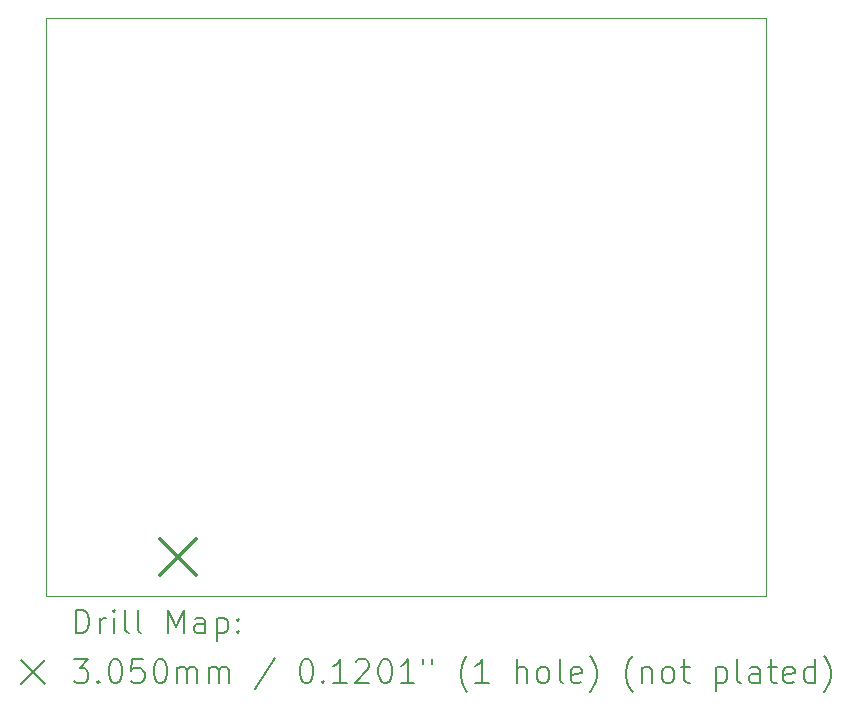
<source format=gbr>
%TF.GenerationSoftware,KiCad,Pcbnew,8.0.2*%
%TF.CreationDate,2024-07-09T10:48:33+02:00*%
%TF.ProjectId,TSAC_Voltage_Sensor,54534143-5f56-46f6-9c74-6167655f5365,rev?*%
%TF.SameCoordinates,Original*%
%TF.FileFunction,Drillmap*%
%TF.FilePolarity,Positive*%
%FSLAX45Y45*%
G04 Gerber Fmt 4.5, Leading zero omitted, Abs format (unit mm)*
G04 Created by KiCad (PCBNEW 8.0.2) date 2024-07-09 10:48:33*
%MOMM*%
%LPD*%
G01*
G04 APERTURE LIST*
%ADD10C,0.100000*%
%ADD11C,0.200000*%
%ADD12C,0.305000*%
G04 APERTURE END LIST*
D10*
X7600000Y-5650000D02*
X13700000Y-5650000D01*
X13700000Y-10546000D01*
X7600000Y-10546000D01*
X7600000Y-5650000D01*
D11*
D12*
X8568750Y-10067500D02*
X8873750Y-10372500D01*
X8873750Y-10067500D02*
X8568750Y-10372500D01*
D11*
X7855777Y-10862484D02*
X7855777Y-10662484D01*
X7855777Y-10662484D02*
X7903396Y-10662484D01*
X7903396Y-10662484D02*
X7931967Y-10672008D01*
X7931967Y-10672008D02*
X7951015Y-10691055D01*
X7951015Y-10691055D02*
X7960539Y-10710103D01*
X7960539Y-10710103D02*
X7970062Y-10748198D01*
X7970062Y-10748198D02*
X7970062Y-10776770D01*
X7970062Y-10776770D02*
X7960539Y-10814865D01*
X7960539Y-10814865D02*
X7951015Y-10833912D01*
X7951015Y-10833912D02*
X7931967Y-10852960D01*
X7931967Y-10852960D02*
X7903396Y-10862484D01*
X7903396Y-10862484D02*
X7855777Y-10862484D01*
X8055777Y-10862484D02*
X8055777Y-10729150D01*
X8055777Y-10767246D02*
X8065301Y-10748198D01*
X8065301Y-10748198D02*
X8074824Y-10738674D01*
X8074824Y-10738674D02*
X8093872Y-10729150D01*
X8093872Y-10729150D02*
X8112920Y-10729150D01*
X8179586Y-10862484D02*
X8179586Y-10729150D01*
X8179586Y-10662484D02*
X8170062Y-10672008D01*
X8170062Y-10672008D02*
X8179586Y-10681531D01*
X8179586Y-10681531D02*
X8189110Y-10672008D01*
X8189110Y-10672008D02*
X8179586Y-10662484D01*
X8179586Y-10662484D02*
X8179586Y-10681531D01*
X8303396Y-10862484D02*
X8284348Y-10852960D01*
X8284348Y-10852960D02*
X8274824Y-10833912D01*
X8274824Y-10833912D02*
X8274824Y-10662484D01*
X8408158Y-10862484D02*
X8389110Y-10852960D01*
X8389110Y-10852960D02*
X8379586Y-10833912D01*
X8379586Y-10833912D02*
X8379586Y-10662484D01*
X8636729Y-10862484D02*
X8636729Y-10662484D01*
X8636729Y-10662484D02*
X8703396Y-10805341D01*
X8703396Y-10805341D02*
X8770063Y-10662484D01*
X8770063Y-10662484D02*
X8770063Y-10862484D01*
X8951015Y-10862484D02*
X8951015Y-10757722D01*
X8951015Y-10757722D02*
X8941491Y-10738674D01*
X8941491Y-10738674D02*
X8922444Y-10729150D01*
X8922444Y-10729150D02*
X8884348Y-10729150D01*
X8884348Y-10729150D02*
X8865301Y-10738674D01*
X8951015Y-10852960D02*
X8931967Y-10862484D01*
X8931967Y-10862484D02*
X8884348Y-10862484D01*
X8884348Y-10862484D02*
X8865301Y-10852960D01*
X8865301Y-10852960D02*
X8855777Y-10833912D01*
X8855777Y-10833912D02*
X8855777Y-10814865D01*
X8855777Y-10814865D02*
X8865301Y-10795817D01*
X8865301Y-10795817D02*
X8884348Y-10786293D01*
X8884348Y-10786293D02*
X8931967Y-10786293D01*
X8931967Y-10786293D02*
X8951015Y-10776770D01*
X9046253Y-10729150D02*
X9046253Y-10929150D01*
X9046253Y-10738674D02*
X9065301Y-10729150D01*
X9065301Y-10729150D02*
X9103396Y-10729150D01*
X9103396Y-10729150D02*
X9122444Y-10738674D01*
X9122444Y-10738674D02*
X9131967Y-10748198D01*
X9131967Y-10748198D02*
X9141491Y-10767246D01*
X9141491Y-10767246D02*
X9141491Y-10824389D01*
X9141491Y-10824389D02*
X9131967Y-10843436D01*
X9131967Y-10843436D02*
X9122444Y-10852960D01*
X9122444Y-10852960D02*
X9103396Y-10862484D01*
X9103396Y-10862484D02*
X9065301Y-10862484D01*
X9065301Y-10862484D02*
X9046253Y-10852960D01*
X9227205Y-10843436D02*
X9236729Y-10852960D01*
X9236729Y-10852960D02*
X9227205Y-10862484D01*
X9227205Y-10862484D02*
X9217682Y-10852960D01*
X9217682Y-10852960D02*
X9227205Y-10843436D01*
X9227205Y-10843436D02*
X9227205Y-10862484D01*
X9227205Y-10738674D02*
X9236729Y-10748198D01*
X9236729Y-10748198D02*
X9227205Y-10757722D01*
X9227205Y-10757722D02*
X9217682Y-10748198D01*
X9217682Y-10748198D02*
X9227205Y-10738674D01*
X9227205Y-10738674D02*
X9227205Y-10757722D01*
X7395000Y-11091000D02*
X7595000Y-11291000D01*
X7595000Y-11091000D02*
X7395000Y-11291000D01*
X7836729Y-11082484D02*
X7960539Y-11082484D01*
X7960539Y-11082484D02*
X7893872Y-11158674D01*
X7893872Y-11158674D02*
X7922443Y-11158674D01*
X7922443Y-11158674D02*
X7941491Y-11168198D01*
X7941491Y-11168198D02*
X7951015Y-11177722D01*
X7951015Y-11177722D02*
X7960539Y-11196769D01*
X7960539Y-11196769D02*
X7960539Y-11244388D01*
X7960539Y-11244388D02*
X7951015Y-11263436D01*
X7951015Y-11263436D02*
X7941491Y-11272960D01*
X7941491Y-11272960D02*
X7922443Y-11282484D01*
X7922443Y-11282484D02*
X7865301Y-11282484D01*
X7865301Y-11282484D02*
X7846253Y-11272960D01*
X7846253Y-11272960D02*
X7836729Y-11263436D01*
X8046253Y-11263436D02*
X8055777Y-11272960D01*
X8055777Y-11272960D02*
X8046253Y-11282484D01*
X8046253Y-11282484D02*
X8036729Y-11272960D01*
X8036729Y-11272960D02*
X8046253Y-11263436D01*
X8046253Y-11263436D02*
X8046253Y-11282484D01*
X8179586Y-11082484D02*
X8198634Y-11082484D01*
X8198634Y-11082484D02*
X8217682Y-11092008D01*
X8217682Y-11092008D02*
X8227205Y-11101531D01*
X8227205Y-11101531D02*
X8236729Y-11120579D01*
X8236729Y-11120579D02*
X8246253Y-11158674D01*
X8246253Y-11158674D02*
X8246253Y-11206293D01*
X8246253Y-11206293D02*
X8236729Y-11244388D01*
X8236729Y-11244388D02*
X8227205Y-11263436D01*
X8227205Y-11263436D02*
X8217682Y-11272960D01*
X8217682Y-11272960D02*
X8198634Y-11282484D01*
X8198634Y-11282484D02*
X8179586Y-11282484D01*
X8179586Y-11282484D02*
X8160539Y-11272960D01*
X8160539Y-11272960D02*
X8151015Y-11263436D01*
X8151015Y-11263436D02*
X8141491Y-11244388D01*
X8141491Y-11244388D02*
X8131967Y-11206293D01*
X8131967Y-11206293D02*
X8131967Y-11158674D01*
X8131967Y-11158674D02*
X8141491Y-11120579D01*
X8141491Y-11120579D02*
X8151015Y-11101531D01*
X8151015Y-11101531D02*
X8160539Y-11092008D01*
X8160539Y-11092008D02*
X8179586Y-11082484D01*
X8427205Y-11082484D02*
X8331967Y-11082484D01*
X8331967Y-11082484D02*
X8322443Y-11177722D01*
X8322443Y-11177722D02*
X8331967Y-11168198D01*
X8331967Y-11168198D02*
X8351015Y-11158674D01*
X8351015Y-11158674D02*
X8398634Y-11158674D01*
X8398634Y-11158674D02*
X8417682Y-11168198D01*
X8417682Y-11168198D02*
X8427205Y-11177722D01*
X8427205Y-11177722D02*
X8436729Y-11196769D01*
X8436729Y-11196769D02*
X8436729Y-11244388D01*
X8436729Y-11244388D02*
X8427205Y-11263436D01*
X8427205Y-11263436D02*
X8417682Y-11272960D01*
X8417682Y-11272960D02*
X8398634Y-11282484D01*
X8398634Y-11282484D02*
X8351015Y-11282484D01*
X8351015Y-11282484D02*
X8331967Y-11272960D01*
X8331967Y-11272960D02*
X8322443Y-11263436D01*
X8560539Y-11082484D02*
X8579586Y-11082484D01*
X8579586Y-11082484D02*
X8598634Y-11092008D01*
X8598634Y-11092008D02*
X8608158Y-11101531D01*
X8608158Y-11101531D02*
X8617682Y-11120579D01*
X8617682Y-11120579D02*
X8627205Y-11158674D01*
X8627205Y-11158674D02*
X8627205Y-11206293D01*
X8627205Y-11206293D02*
X8617682Y-11244388D01*
X8617682Y-11244388D02*
X8608158Y-11263436D01*
X8608158Y-11263436D02*
X8598634Y-11272960D01*
X8598634Y-11272960D02*
X8579586Y-11282484D01*
X8579586Y-11282484D02*
X8560539Y-11282484D01*
X8560539Y-11282484D02*
X8541491Y-11272960D01*
X8541491Y-11272960D02*
X8531967Y-11263436D01*
X8531967Y-11263436D02*
X8522444Y-11244388D01*
X8522444Y-11244388D02*
X8512920Y-11206293D01*
X8512920Y-11206293D02*
X8512920Y-11158674D01*
X8512920Y-11158674D02*
X8522444Y-11120579D01*
X8522444Y-11120579D02*
X8531967Y-11101531D01*
X8531967Y-11101531D02*
X8541491Y-11092008D01*
X8541491Y-11092008D02*
X8560539Y-11082484D01*
X8712920Y-11282484D02*
X8712920Y-11149150D01*
X8712920Y-11168198D02*
X8722444Y-11158674D01*
X8722444Y-11158674D02*
X8741491Y-11149150D01*
X8741491Y-11149150D02*
X8770063Y-11149150D01*
X8770063Y-11149150D02*
X8789110Y-11158674D01*
X8789110Y-11158674D02*
X8798634Y-11177722D01*
X8798634Y-11177722D02*
X8798634Y-11282484D01*
X8798634Y-11177722D02*
X8808158Y-11158674D01*
X8808158Y-11158674D02*
X8827205Y-11149150D01*
X8827205Y-11149150D02*
X8855777Y-11149150D01*
X8855777Y-11149150D02*
X8874825Y-11158674D01*
X8874825Y-11158674D02*
X8884348Y-11177722D01*
X8884348Y-11177722D02*
X8884348Y-11282484D01*
X8979586Y-11282484D02*
X8979586Y-11149150D01*
X8979586Y-11168198D02*
X8989110Y-11158674D01*
X8989110Y-11158674D02*
X9008158Y-11149150D01*
X9008158Y-11149150D02*
X9036729Y-11149150D01*
X9036729Y-11149150D02*
X9055777Y-11158674D01*
X9055777Y-11158674D02*
X9065301Y-11177722D01*
X9065301Y-11177722D02*
X9065301Y-11282484D01*
X9065301Y-11177722D02*
X9074825Y-11158674D01*
X9074825Y-11158674D02*
X9093872Y-11149150D01*
X9093872Y-11149150D02*
X9122444Y-11149150D01*
X9122444Y-11149150D02*
X9141491Y-11158674D01*
X9141491Y-11158674D02*
X9151015Y-11177722D01*
X9151015Y-11177722D02*
X9151015Y-11282484D01*
X9541491Y-11072960D02*
X9370063Y-11330103D01*
X9798634Y-11082484D02*
X9817682Y-11082484D01*
X9817682Y-11082484D02*
X9836729Y-11092008D01*
X9836729Y-11092008D02*
X9846253Y-11101531D01*
X9846253Y-11101531D02*
X9855777Y-11120579D01*
X9855777Y-11120579D02*
X9865301Y-11158674D01*
X9865301Y-11158674D02*
X9865301Y-11206293D01*
X9865301Y-11206293D02*
X9855777Y-11244388D01*
X9855777Y-11244388D02*
X9846253Y-11263436D01*
X9846253Y-11263436D02*
X9836729Y-11272960D01*
X9836729Y-11272960D02*
X9817682Y-11282484D01*
X9817682Y-11282484D02*
X9798634Y-11282484D01*
X9798634Y-11282484D02*
X9779587Y-11272960D01*
X9779587Y-11272960D02*
X9770063Y-11263436D01*
X9770063Y-11263436D02*
X9760539Y-11244388D01*
X9760539Y-11244388D02*
X9751015Y-11206293D01*
X9751015Y-11206293D02*
X9751015Y-11158674D01*
X9751015Y-11158674D02*
X9760539Y-11120579D01*
X9760539Y-11120579D02*
X9770063Y-11101531D01*
X9770063Y-11101531D02*
X9779587Y-11092008D01*
X9779587Y-11092008D02*
X9798634Y-11082484D01*
X9951015Y-11263436D02*
X9960539Y-11272960D01*
X9960539Y-11272960D02*
X9951015Y-11282484D01*
X9951015Y-11282484D02*
X9941491Y-11272960D01*
X9941491Y-11272960D02*
X9951015Y-11263436D01*
X9951015Y-11263436D02*
X9951015Y-11282484D01*
X10151015Y-11282484D02*
X10036729Y-11282484D01*
X10093872Y-11282484D02*
X10093872Y-11082484D01*
X10093872Y-11082484D02*
X10074825Y-11111055D01*
X10074825Y-11111055D02*
X10055777Y-11130103D01*
X10055777Y-11130103D02*
X10036729Y-11139627D01*
X10227206Y-11101531D02*
X10236729Y-11092008D01*
X10236729Y-11092008D02*
X10255777Y-11082484D01*
X10255777Y-11082484D02*
X10303396Y-11082484D01*
X10303396Y-11082484D02*
X10322444Y-11092008D01*
X10322444Y-11092008D02*
X10331968Y-11101531D01*
X10331968Y-11101531D02*
X10341491Y-11120579D01*
X10341491Y-11120579D02*
X10341491Y-11139627D01*
X10341491Y-11139627D02*
X10331968Y-11168198D01*
X10331968Y-11168198D02*
X10217682Y-11282484D01*
X10217682Y-11282484D02*
X10341491Y-11282484D01*
X10465301Y-11082484D02*
X10484349Y-11082484D01*
X10484349Y-11082484D02*
X10503396Y-11092008D01*
X10503396Y-11092008D02*
X10512920Y-11101531D01*
X10512920Y-11101531D02*
X10522444Y-11120579D01*
X10522444Y-11120579D02*
X10531968Y-11158674D01*
X10531968Y-11158674D02*
X10531968Y-11206293D01*
X10531968Y-11206293D02*
X10522444Y-11244388D01*
X10522444Y-11244388D02*
X10512920Y-11263436D01*
X10512920Y-11263436D02*
X10503396Y-11272960D01*
X10503396Y-11272960D02*
X10484349Y-11282484D01*
X10484349Y-11282484D02*
X10465301Y-11282484D01*
X10465301Y-11282484D02*
X10446253Y-11272960D01*
X10446253Y-11272960D02*
X10436729Y-11263436D01*
X10436729Y-11263436D02*
X10427206Y-11244388D01*
X10427206Y-11244388D02*
X10417682Y-11206293D01*
X10417682Y-11206293D02*
X10417682Y-11158674D01*
X10417682Y-11158674D02*
X10427206Y-11120579D01*
X10427206Y-11120579D02*
X10436729Y-11101531D01*
X10436729Y-11101531D02*
X10446253Y-11092008D01*
X10446253Y-11092008D02*
X10465301Y-11082484D01*
X10722444Y-11282484D02*
X10608158Y-11282484D01*
X10665301Y-11282484D02*
X10665301Y-11082484D01*
X10665301Y-11082484D02*
X10646253Y-11111055D01*
X10646253Y-11111055D02*
X10627206Y-11130103D01*
X10627206Y-11130103D02*
X10608158Y-11139627D01*
X10798634Y-11082484D02*
X10798634Y-11120579D01*
X10874825Y-11082484D02*
X10874825Y-11120579D01*
X11170063Y-11358674D02*
X11160539Y-11349150D01*
X11160539Y-11349150D02*
X11141491Y-11320579D01*
X11141491Y-11320579D02*
X11131968Y-11301531D01*
X11131968Y-11301531D02*
X11122444Y-11272960D01*
X11122444Y-11272960D02*
X11112920Y-11225341D01*
X11112920Y-11225341D02*
X11112920Y-11187246D01*
X11112920Y-11187246D02*
X11122444Y-11139627D01*
X11122444Y-11139627D02*
X11131968Y-11111055D01*
X11131968Y-11111055D02*
X11141491Y-11092008D01*
X11141491Y-11092008D02*
X11160539Y-11063436D01*
X11160539Y-11063436D02*
X11170063Y-11053912D01*
X11351015Y-11282484D02*
X11236729Y-11282484D01*
X11293872Y-11282484D02*
X11293872Y-11082484D01*
X11293872Y-11082484D02*
X11274825Y-11111055D01*
X11274825Y-11111055D02*
X11255777Y-11130103D01*
X11255777Y-11130103D02*
X11236729Y-11139627D01*
X11589110Y-11282484D02*
X11589110Y-11082484D01*
X11674825Y-11282484D02*
X11674825Y-11177722D01*
X11674825Y-11177722D02*
X11665301Y-11158674D01*
X11665301Y-11158674D02*
X11646253Y-11149150D01*
X11646253Y-11149150D02*
X11617682Y-11149150D01*
X11617682Y-11149150D02*
X11598634Y-11158674D01*
X11598634Y-11158674D02*
X11589110Y-11168198D01*
X11798634Y-11282484D02*
X11779587Y-11272960D01*
X11779587Y-11272960D02*
X11770063Y-11263436D01*
X11770063Y-11263436D02*
X11760539Y-11244388D01*
X11760539Y-11244388D02*
X11760539Y-11187246D01*
X11760539Y-11187246D02*
X11770063Y-11168198D01*
X11770063Y-11168198D02*
X11779587Y-11158674D01*
X11779587Y-11158674D02*
X11798634Y-11149150D01*
X11798634Y-11149150D02*
X11827206Y-11149150D01*
X11827206Y-11149150D02*
X11846253Y-11158674D01*
X11846253Y-11158674D02*
X11855777Y-11168198D01*
X11855777Y-11168198D02*
X11865301Y-11187246D01*
X11865301Y-11187246D02*
X11865301Y-11244388D01*
X11865301Y-11244388D02*
X11855777Y-11263436D01*
X11855777Y-11263436D02*
X11846253Y-11272960D01*
X11846253Y-11272960D02*
X11827206Y-11282484D01*
X11827206Y-11282484D02*
X11798634Y-11282484D01*
X11979587Y-11282484D02*
X11960539Y-11272960D01*
X11960539Y-11272960D02*
X11951015Y-11253912D01*
X11951015Y-11253912D02*
X11951015Y-11082484D01*
X12131968Y-11272960D02*
X12112920Y-11282484D01*
X12112920Y-11282484D02*
X12074825Y-11282484D01*
X12074825Y-11282484D02*
X12055777Y-11272960D01*
X12055777Y-11272960D02*
X12046253Y-11253912D01*
X12046253Y-11253912D02*
X12046253Y-11177722D01*
X12046253Y-11177722D02*
X12055777Y-11158674D01*
X12055777Y-11158674D02*
X12074825Y-11149150D01*
X12074825Y-11149150D02*
X12112920Y-11149150D01*
X12112920Y-11149150D02*
X12131968Y-11158674D01*
X12131968Y-11158674D02*
X12141491Y-11177722D01*
X12141491Y-11177722D02*
X12141491Y-11196769D01*
X12141491Y-11196769D02*
X12046253Y-11215817D01*
X12208158Y-11358674D02*
X12217682Y-11349150D01*
X12217682Y-11349150D02*
X12236730Y-11320579D01*
X12236730Y-11320579D02*
X12246253Y-11301531D01*
X12246253Y-11301531D02*
X12255777Y-11272960D01*
X12255777Y-11272960D02*
X12265301Y-11225341D01*
X12265301Y-11225341D02*
X12265301Y-11187246D01*
X12265301Y-11187246D02*
X12255777Y-11139627D01*
X12255777Y-11139627D02*
X12246253Y-11111055D01*
X12246253Y-11111055D02*
X12236730Y-11092008D01*
X12236730Y-11092008D02*
X12217682Y-11063436D01*
X12217682Y-11063436D02*
X12208158Y-11053912D01*
X12570063Y-11358674D02*
X12560539Y-11349150D01*
X12560539Y-11349150D02*
X12541491Y-11320579D01*
X12541491Y-11320579D02*
X12531968Y-11301531D01*
X12531968Y-11301531D02*
X12522444Y-11272960D01*
X12522444Y-11272960D02*
X12512920Y-11225341D01*
X12512920Y-11225341D02*
X12512920Y-11187246D01*
X12512920Y-11187246D02*
X12522444Y-11139627D01*
X12522444Y-11139627D02*
X12531968Y-11111055D01*
X12531968Y-11111055D02*
X12541491Y-11092008D01*
X12541491Y-11092008D02*
X12560539Y-11063436D01*
X12560539Y-11063436D02*
X12570063Y-11053912D01*
X12646253Y-11149150D02*
X12646253Y-11282484D01*
X12646253Y-11168198D02*
X12655777Y-11158674D01*
X12655777Y-11158674D02*
X12674825Y-11149150D01*
X12674825Y-11149150D02*
X12703396Y-11149150D01*
X12703396Y-11149150D02*
X12722444Y-11158674D01*
X12722444Y-11158674D02*
X12731968Y-11177722D01*
X12731968Y-11177722D02*
X12731968Y-11282484D01*
X12855777Y-11282484D02*
X12836730Y-11272960D01*
X12836730Y-11272960D02*
X12827206Y-11263436D01*
X12827206Y-11263436D02*
X12817682Y-11244388D01*
X12817682Y-11244388D02*
X12817682Y-11187246D01*
X12817682Y-11187246D02*
X12827206Y-11168198D01*
X12827206Y-11168198D02*
X12836730Y-11158674D01*
X12836730Y-11158674D02*
X12855777Y-11149150D01*
X12855777Y-11149150D02*
X12884349Y-11149150D01*
X12884349Y-11149150D02*
X12903396Y-11158674D01*
X12903396Y-11158674D02*
X12912920Y-11168198D01*
X12912920Y-11168198D02*
X12922444Y-11187246D01*
X12922444Y-11187246D02*
X12922444Y-11244388D01*
X12922444Y-11244388D02*
X12912920Y-11263436D01*
X12912920Y-11263436D02*
X12903396Y-11272960D01*
X12903396Y-11272960D02*
X12884349Y-11282484D01*
X12884349Y-11282484D02*
X12855777Y-11282484D01*
X12979587Y-11149150D02*
X13055777Y-11149150D01*
X13008158Y-11082484D02*
X13008158Y-11253912D01*
X13008158Y-11253912D02*
X13017682Y-11272960D01*
X13017682Y-11272960D02*
X13036730Y-11282484D01*
X13036730Y-11282484D02*
X13055777Y-11282484D01*
X13274825Y-11149150D02*
X13274825Y-11349150D01*
X13274825Y-11158674D02*
X13293872Y-11149150D01*
X13293872Y-11149150D02*
X13331968Y-11149150D01*
X13331968Y-11149150D02*
X13351015Y-11158674D01*
X13351015Y-11158674D02*
X13360539Y-11168198D01*
X13360539Y-11168198D02*
X13370063Y-11187246D01*
X13370063Y-11187246D02*
X13370063Y-11244388D01*
X13370063Y-11244388D02*
X13360539Y-11263436D01*
X13360539Y-11263436D02*
X13351015Y-11272960D01*
X13351015Y-11272960D02*
X13331968Y-11282484D01*
X13331968Y-11282484D02*
X13293872Y-11282484D01*
X13293872Y-11282484D02*
X13274825Y-11272960D01*
X13484349Y-11282484D02*
X13465301Y-11272960D01*
X13465301Y-11272960D02*
X13455777Y-11253912D01*
X13455777Y-11253912D02*
X13455777Y-11082484D01*
X13646253Y-11282484D02*
X13646253Y-11177722D01*
X13646253Y-11177722D02*
X13636730Y-11158674D01*
X13636730Y-11158674D02*
X13617682Y-11149150D01*
X13617682Y-11149150D02*
X13579587Y-11149150D01*
X13579587Y-11149150D02*
X13560539Y-11158674D01*
X13646253Y-11272960D02*
X13627206Y-11282484D01*
X13627206Y-11282484D02*
X13579587Y-11282484D01*
X13579587Y-11282484D02*
X13560539Y-11272960D01*
X13560539Y-11272960D02*
X13551015Y-11253912D01*
X13551015Y-11253912D02*
X13551015Y-11234865D01*
X13551015Y-11234865D02*
X13560539Y-11215817D01*
X13560539Y-11215817D02*
X13579587Y-11206293D01*
X13579587Y-11206293D02*
X13627206Y-11206293D01*
X13627206Y-11206293D02*
X13646253Y-11196769D01*
X13712920Y-11149150D02*
X13789111Y-11149150D01*
X13741492Y-11082484D02*
X13741492Y-11253912D01*
X13741492Y-11253912D02*
X13751015Y-11272960D01*
X13751015Y-11272960D02*
X13770063Y-11282484D01*
X13770063Y-11282484D02*
X13789111Y-11282484D01*
X13931968Y-11272960D02*
X13912920Y-11282484D01*
X13912920Y-11282484D02*
X13874825Y-11282484D01*
X13874825Y-11282484D02*
X13855777Y-11272960D01*
X13855777Y-11272960D02*
X13846253Y-11253912D01*
X13846253Y-11253912D02*
X13846253Y-11177722D01*
X13846253Y-11177722D02*
X13855777Y-11158674D01*
X13855777Y-11158674D02*
X13874825Y-11149150D01*
X13874825Y-11149150D02*
X13912920Y-11149150D01*
X13912920Y-11149150D02*
X13931968Y-11158674D01*
X13931968Y-11158674D02*
X13941492Y-11177722D01*
X13941492Y-11177722D02*
X13941492Y-11196769D01*
X13941492Y-11196769D02*
X13846253Y-11215817D01*
X14112920Y-11282484D02*
X14112920Y-11082484D01*
X14112920Y-11272960D02*
X14093873Y-11282484D01*
X14093873Y-11282484D02*
X14055777Y-11282484D01*
X14055777Y-11282484D02*
X14036730Y-11272960D01*
X14036730Y-11272960D02*
X14027206Y-11263436D01*
X14027206Y-11263436D02*
X14017682Y-11244388D01*
X14017682Y-11244388D02*
X14017682Y-11187246D01*
X14017682Y-11187246D02*
X14027206Y-11168198D01*
X14027206Y-11168198D02*
X14036730Y-11158674D01*
X14036730Y-11158674D02*
X14055777Y-11149150D01*
X14055777Y-11149150D02*
X14093873Y-11149150D01*
X14093873Y-11149150D02*
X14112920Y-11158674D01*
X14189111Y-11358674D02*
X14198634Y-11349150D01*
X14198634Y-11349150D02*
X14217682Y-11320579D01*
X14217682Y-11320579D02*
X14227206Y-11301531D01*
X14227206Y-11301531D02*
X14236730Y-11272960D01*
X14236730Y-11272960D02*
X14246253Y-11225341D01*
X14246253Y-11225341D02*
X14246253Y-11187246D01*
X14246253Y-11187246D02*
X14236730Y-11139627D01*
X14236730Y-11139627D02*
X14227206Y-11111055D01*
X14227206Y-11111055D02*
X14217682Y-11092008D01*
X14217682Y-11092008D02*
X14198634Y-11063436D01*
X14198634Y-11063436D02*
X14189111Y-11053912D01*
M02*

</source>
